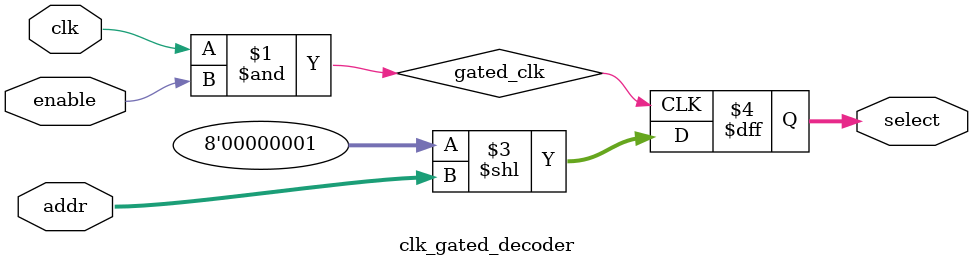
<source format=sv>
module clk_gated_decoder(
    input clk,
    input [2:0] addr,
    input enable,
    output reg [7:0] select
);
    wire gated_clk;
    assign gated_clk = clk & enable;
    
    always @(posedge gated_clk) begin
        select <= (8'b00000001 << addr);
    end
endmodule
</source>
